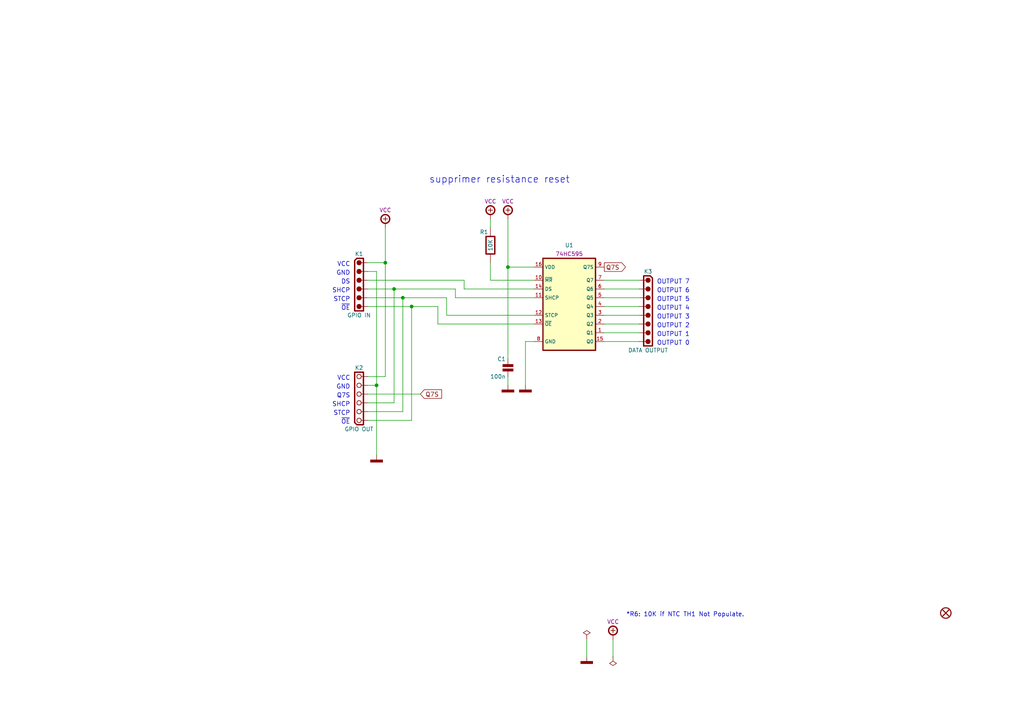
<source format=kicad_sch>
(kicad_sch (version 20211123) (generator eeschema)
  (paper "A4")
  (title_block (title "GPIO - 74HC595-HEADER") (date "01/2022") (rev "A"))
  (lib_symbols
    (symbol "tronixio:3M-SJ5376" (pin_numbers hide) (pin_names (offset 0) hide)
      (symbol "3M-SJ5376_0_1"
        (polyline (pts (xy -1.016 -1.016) (xy 1.016 1.016)) (stroke (width 0.3)))
        (polyline (pts (xy 1.016 -1.016) (xy -1.016 1.016)) (stroke (width 0.3)))
        (circle (center 0 0) (radius 1.524) (stroke (width 0.3)))
      )
    )
    (symbol "tronixio:74HC595-SOIC-16" (pin_names (offset 0.5))
      (property "Reference" "U" (at 0 17.78 0))
      (property "Name" "74HC595" (at 0 15.24 0))
      (symbol "74HC595-SOIC-16_0_1"
        (rectangle (start -7.62 13.97) (end 7.62 -12.7) (stroke (width 0.4)) (fill (type background)))
      )
      (symbol "74HC595-SOIC-16_1_1"
        (pin output line (at 10.16 -7.62 180) (length 2.54) (name "Q1") (number "1"))
        (pin input line (at -10.16 7.62 0) (length 2.54) (name "~{MR}") (number "10"))
        (pin input line (at -10.16 2.54 0) (length 2.54) (name "SHCP") (number "11"))
        (pin input line (at -10.16 -2.54 0) (length 2.54) (name "STCP") (number "12"))
        (pin input line (at -10.16 -5.08 0) (length 2.54) (name "~{OE}") (number "13"))
        (pin input line (at -10.16 5.08 0) (length 2.54) (name "DS") (number "14"))
        (pin output line (at 10.16 -10.16 180) (length 2.54) (name "Q0") (number "15"))
        (pin power_in line (at -10.16 11.43 0) (length 2.54) (name "VDD") (number "16"))
        (pin output line (at 10.16 -5.08 180) (length 2.54) (name "Q2") (number "2"))
        (pin output line (at 10.16 -2.54 180) (length 2.54) (name "Q3") (number "3"))
        (pin output line (at 10.16 0 180) (length 2.54) (name "Q4") (number "4"))
        (pin output line (at 10.16 2.54 180) (length 2.54) (name "Q5") (number "5"))
        (pin output line (at 10.16 5.08 180) (length 2.54) (name "Q6") (number "6"))
        (pin output line (at 10.16 7.62 180) (length 2.54) (name "Q7") (number "7"))
        (pin power_in line (at -10.16 -10.16 0) (length 2.54) (name "GND") (number "8"))
        (pin output line (at 10.16 11.43 180) (length 2.54) (name "Q7S") (number "9"))
      )
    )
    (symbol "tronixio:C-1206" (pin_numbers hide) (pin_names (offset 0) hide)
      (property "Reference" "C" (at 0.635 2.54 0))
      (property "Value" "C-1206" (at 0.635 -2.54 0))
      (symbol "C-1206_0_1"
        (rectangle (start -1.524 -0.254) (end 1.524 -1.016) (stroke (width 0.001)) (fill (type outline)))
        (rectangle (start -1.524 1.016) (end 1.524 0.254) (stroke (width 0.001)) (fill (type outline)))
      )
      (symbol "C-1206_1_1"
        (pin passive line (at 0 2.54 270) (length 1.905) (name "~") (number "1"))
        (pin passive line (at 0 -2.54 90) (length 1.905) (name "~") (number "2"))
      )
    )
    (symbol "tronixio:HARWIN-254-M-1X06-RIGHT-ANGLE" (pin_numbers hide) (pin_names (offset 0) hide)
      (property "Reference" "K" (at 0 2.54 0))
      (property "Value" "HARWIN-254-M-1X06-RIGHT-ANGLE" (at 0 -15.24 0))
      (symbol "HARWIN-254-M-1X06-RIGHT-ANGLE_0_1"
        (circle (center 0 -12.7) (radius 0.635) (stroke (width 0.2)) (fill (type outline)))
        (circle (center 0 -10.16) (radius 0.635) (stroke (width 0.2)) (fill (type outline)))
        (circle (center 0 -7.62) (radius 0.635) (stroke (width 0.2)) (fill (type outline)))
        (circle (center 0 -5.08) (radius 0.635) (stroke (width 0.2)) (fill (type outline)))
        (circle (center 0 -2.54) (radius 0.635) (stroke (width 0.2)) (fill (type outline)))
        (polyline (pts (xy -1.27 -13.97) (xy 1.27 -13.97) (xy 1.27 0.635) (xy 0.635 1.27) (xy -1.27 1.27) (xy -1.27 -13.97)) (stroke (width 0.4)))
        (circle (center 0 0) (radius 0.635) (stroke (width 0.2)) (fill (type outline)))
      )
      (symbol "HARWIN-254-M-1X06-RIGHT-ANGLE_1_1"
        (pin passive line (at -2.54 0 0) (length 1.905) (name "1") (number "1"))
        (pin passive line (at -2.54 -2.54 0) (length 1.905) (name "2") (number "2"))
        (pin passive line (at -2.54 -5.08 0) (length 1.905) (name "3") (number "3"))
        (pin passive line (at -2.54 -7.62 0) (length 1.905) (name "4") (number "4"))
        (pin passive line (at -2.54 -10.16 0) (length 1.905) (name "5") (number "5"))
        (pin passive line (at -2.54 -12.7 0) (length 1.905) (name "6") (number "6"))
      )
    )
    (symbol "tronixio:HARWIN-254-M-1X08-VERTICAL" (pin_numbers hide) (pin_names (offset 0) hide)
      (property "Reference" "K" (at 0 2.54 0))
      (property "Value" "HARWIN-254-M-1X08-VERTICAL" (at 0 -20.32 0))
      (symbol "HARWIN-254-M-1X08-VERTICAL_0_1"
        (circle (center 0 -17.78) (radius 0.635) (stroke (width 0.2)) (fill (type outline)))
        (circle (center 0 -15.24) (radius 0.635) (stroke (width 0.2)) (fill (type outline)))
        (circle (center 0 -12.7) (radius 0.635) (stroke (width 0.2)) (fill (type outline)))
        (circle (center 0 -10.16) (radius 0.635) (stroke (width 0.2)) (fill (type outline)))
        (circle (center 0 -7.62) (radius 0.635) (stroke (width 0.2)) (fill (type outline)))
        (circle (center 0 -5.08) (radius 0.635) (stroke (width 0.2)) (fill (type outline)))
        (circle (center 0 -2.54) (radius 0.635) (stroke (width 0.2)) (fill (type outline)))
        (polyline (pts (xy -1.27 -19.05) (xy 1.27 -19.05) (xy 1.27 0.635) (xy 0.635 1.27) (xy -1.27 1.27) (xy -1.27 -19.05)) (stroke (width 0.4)))
        (circle (center 0 0) (radius 0.635) (stroke (width 0.2)) (fill (type outline)))
      )
      (symbol "HARWIN-254-M-1X08-VERTICAL_1_1"
        (pin passive line (at -2.54 0 0) (length 1.905) (name "Pin_1") (number "1"))
        (pin passive line (at -2.54 -2.54 0) (length 1.905) (name "Pin_2") (number "2"))
        (pin passive line (at -2.54 -5.08 0) (length 1.905) (name "Pin_3") (number "3"))
        (pin passive line (at -2.54 -7.62 0) (length 1.905) (name "Pin_4") (number "4"))
        (pin passive line (at -2.54 -10.16 0) (length 1.905) (name "Pin_5") (number "5"))
        (pin passive line (at -2.54 -12.7 0) (length 1.905) (name "Pin_6") (number "6"))
        (pin passive line (at -2.54 -15.24 0) (length 1.905) (name "Pin_7") (number "7"))
        (pin passive line (at -2.54 -17.78 0) (length 1.905) (name "Pin_8") (number "8"))
      )
    )
    (symbol "tronixio:POWER-GND" (power) (pin_numbers hide) (pin_names (offset 0) hide)
      (symbol "POWER-GND_0_1"
        (rectangle (start -1.778 -2.032) (end 1.778 -1.27) (stroke (width 0.001)) (fill (type outline)))
      )
      (symbol "POWER-GND_1_1"
        (pin power_in line (at 0 0 270) (length 1.27) (name "GND") (number "1"))
      )
    )
    (symbol "tronixio:POWER-VCC" (power) (pin_numbers hide) (pin_names (offset 0) hide)
      (property "Name" "VCC" (at 0 5.08 0))
      (symbol "POWER-VCC_0_1"
        (polyline (pts (xy -0.635 2.54) (xy 0.635 2.54)) (stroke (width 0.2)))
        (polyline (pts (xy 0 1.905) (xy 0 3.175)) (stroke (width 0.2)))
        (circle (center 0 2.54) (radius 1.27) (stroke (width 0.4)))
      )
      (symbol "POWER-VCC_1_1"
        (pin power_in line (at 0 0 90) (length 1.27) (name "VCC") (number "1"))
      )
    )
    (symbol "tronixio:PWR_FLAG" (power) (pin_numbers hide) (pin_names (offset 0) hide)
      (symbol "PWR_FLAG_0_0"
        (pin power_out line (at 0 0 90) (length 0) (name "pwr") (number "1"))
      )
      (symbol "PWR_FLAG_0_1"
        (polyline (pts (xy 0 0) (xy 0 1.27) (xy -1.016 1.905) (xy 0 2.54) (xy 1.016 1.905) (xy 0 1.27)))
      )
    )
    (symbol "tronixio:R-1210" (pin_numbers hide) (pin_names (offset 0) hide)
      (property "Reference" "R" (at 2.54 0 90))
      (property "Value" "R-1210" (at 0 0 90))
      (symbol "R-1210_0_1"
        (rectangle (start -1.27 -2.54) (end 1.27 2.54) (stroke (width 0.4)))
      )
      (symbol "R-1210_1_1"
        (pin passive line (at 0 5.08 270) (length 2.54) (name "~") (number "1"))
        (pin passive line (at 0 -5.08 90) (length 2.54) (name "~") (number "2"))
      )
    )
    (symbol "tronixio:SAMTEC-SSW-106-02-T-S-RA" (pin_numbers hide) (pin_names (offset 0) hide)
      (property "Reference" "K" (at 0 2.54 0))
      (property "Value" "SAMTEC-SSW-106-02-T-S-RA" (at 0 -15.24 0))
      (symbol "SAMTEC-SSW-106-02-T-S-RA_0_1"
        (circle (center 0 -12.7) (radius 0.635) (stroke (width 0.2)))
        (circle (center 0 -10.16) (radius 0.635) (stroke (width 0.2)))
        (circle (center 0 -7.62) (radius 0.635) (stroke (width 0.2)))
        (circle (center 0 -5.08) (radius 0.635) (stroke (width 0.2)))
        (circle (center 0 -2.54) (radius 0.635) (stroke (width 0.2)))
        (polyline (pts (xy -1.27 -13.97) (xy 1.27 -13.97) (xy 1.27 0.635) (xy 0.635 1.27) (xy -1.27 1.27) (xy -1.27 -13.97)) (stroke (width 0.4)))
        (circle (center 0 0) (radius 0.635) (stroke (width 0.2)))
      )
      (symbol "SAMTEC-SSW-106-02-T-S-RA_1_1"
        (pin passive line (at -2.54 0 0) (length 1.905) (name "1") (number "1"))
        (pin passive line (at -2.54 -2.54 0) (length 1.905) (name "2") (number "2"))
        (pin passive line (at -2.54 -5.08 0) (length 1.905) (name "3") (number "3"))
        (pin passive line (at -2.54 -7.62 0) (length 1.905) (name "4") (number "4"))
        (pin passive line (at -2.54 -10.16 0) (length 1.905) (name "5") (number "5"))
        (pin passive line (at -2.54 -12.7 0) (length 1.905) (name "6") (number "6"))
      )
    )
  )
  (junction (at 119.38 88.9))
  (junction (at 114.3 83.82))
  (junction (at 147.32 77.47))
  (junction (at 116.84 86.36))
  (junction (at 111.76 76.2))
  (junction (at 109.22 111.76))
  (wire (pts (xy 114.3 83.82) (xy 132.08 83.82)))
  (wire (pts (xy 132.08 83.82) (xy 132.08 86.36)))
  (wire (pts (xy 147.32 63.5) (xy 147.32 77.47)))
  (wire (pts (xy 106.68 114.3) (xy 121.92 114.3)))
  (wire (pts (xy 147.32 77.47) (xy 147.32 104.14)))
  (wire (pts (xy 147.32 77.47) (xy 154.94 77.47)))
  (wire (pts (xy 134.62 83.82) (xy 154.94 83.82)))
  (wire (pts (xy 175.26 83.82) (xy 185.42 83.82)))
  (wire (pts (xy 177.8 185.42) (xy 177.8 190.5)))
  (wire (pts (xy 114.3 116.84) (xy 114.3 83.82)))
  (wire (pts (xy 134.62 81.28) (xy 134.62 83.82)))
  (wire (pts (xy 111.76 76.2) (xy 111.76 66.04)))
  (wire (pts (xy 175.26 81.28) (xy 185.42 81.28)))
  (wire (pts (xy 132.08 86.36) (xy 154.94 86.36)))
  (wire (pts (xy 127 88.9) (xy 127 93.98)))
  (wire (pts (xy 116.84 86.36) (xy 129.54 86.36)))
  (wire (pts (xy 106.68 111.76) (xy 109.22 111.76)))
  (wire (pts (xy 119.38 88.9) (xy 127 88.9)))
  (wire (pts (xy 106.68 116.84) (xy 114.3 116.84)))
  (wire (pts (xy 106.68 109.22) (xy 111.76 109.22)))
  (wire (pts (xy 106.68 88.9) (xy 119.38 88.9)))
  (wire (pts (xy 152.4 99.06) (xy 154.94 99.06)))
  (wire (pts (xy 106.68 86.36) (xy 116.84 86.36)))
  (wire (pts (xy 109.22 111.76) (xy 109.22 132.08)))
  (wire (pts (xy 142.24 81.28) (xy 142.24 76.2)))
  (wire (pts (xy 175.26 88.9) (xy 185.42 88.9)))
  (wire (pts (xy 106.68 76.2) (xy 111.76 76.2)))
  (wire (pts (xy 129.54 86.36) (xy 129.54 91.44)))
  (wire (pts (xy 111.76 76.2) (xy 111.76 109.22)))
  (wire (pts (xy 127 93.98) (xy 154.94 93.98)))
  (wire (pts (xy 175.26 93.98) (xy 185.42 93.98)))
  (wire (pts (xy 147.32 111.76) (xy 147.32 109.22)))
  (wire (pts (xy 142.24 63.5) (xy 142.24 66.04)))
  (wire (pts (xy 109.22 78.74) (xy 109.22 111.76)))
  (wire (pts (xy 175.26 96.52) (xy 185.42 96.52)))
  (wire (pts (xy 106.68 81.28) (xy 134.62 81.28)))
  (wire (pts (xy 106.68 83.82) (xy 114.3 83.82)))
  (wire (pts (xy 106.68 119.38) (xy 116.84 119.38)))
  (wire (pts (xy 119.38 121.92) (xy 119.38 88.9)))
  (wire (pts (xy 175.26 86.36) (xy 185.42 86.36)))
  (wire (pts (xy 170.18 185.42) (xy 170.18 190.5)))
  (wire (pts (xy 175.26 99.06) (xy 185.42 99.06)))
  (wire (pts (xy 106.68 121.92) (xy 119.38 121.92)))
  (wire (pts (xy 154.94 81.28) (xy 142.24 81.28)))
  (wire (pts (xy 152.4 99.06) (xy 152.4 111.76)))
  (wire (pts (xy 129.54 91.44) (xy 154.94 91.44)))
  (wire (pts (xy 116.84 119.38) (xy 116.84 86.36)))
  (wire (pts (xy 106.68 78.74) (xy 109.22 78.74)))
  (wire (pts (xy 175.26 91.44) (xy 185.42 91.44)))
  (text "SHCP" (at 101.6 118.11 180) (effects (font (size 1.27 1.27)) (justify right bottom)))
  (text "SHCP" (at 101.6 85.09 180) (effects (font (size 1.27 1.27)) (justify right bottom)))
  (text "OUTPUT 6" (at 190.5 85.09 0) (effects (font (size 1.27 1.27)) (justify left bottom)))
  (text "STCP" (at 101.6 120.65 180) (effects (font (size 1.27 1.27)) (justify right bottom)))
  (text "OUTPUT 5" (at 190.5 87.63 0) (effects (font (size 1.27 1.27)) (justify left bottom)))
  (text "OUTPUT 1" (at 190.5 97.79 0) (effects (font (size 1.27 1.27)) (justify left bottom)))
  (text "~{OE}" (at 101.6 90.17 180) (effects (font (size 1.27 1.27)) (justify right bottom)))
  (text "GND" (at 101.6 113.03 180) (effects (font (size 1.27 1.27)) (justify right bottom)))
  (text "VCC" (at 101.6 77.47 180) (effects (font (size 1.27 1.27)) (justify right bottom)))
  (text "DS" (at 101.6 82.55 180) (effects (font (size 1.27 1.27)) (justify right bottom)))
  (text "supprimer resistance reset" (at 124.46 53.34 0) (effects (font (size 2 2)) (justify left bottom)))
  (text "OUTPUT 2" (at 190.5 95.25 0) (effects (font (size 1.27 1.27)) (justify left bottom)))
  (text "OUTPUT 3" (at 190.5 92.71 0) (effects (font (size 1.27 1.27)) (justify left bottom)))
  (text "Q7S" (at 101.6 115.57 180) (effects (font (size 1.27 1.27)) (justify right bottom)))
  (text "OUTPUT 4" (at 190.5 90.17 0) (effects (font (size 1.27 1.27)) (justify left bottom)))
  (text "STCP" (at 101.6 87.63 180) (effects (font (size 1.27 1.27)) (justify right bottom)))
  (text "*R6: 10K if NTC TH1 Not Populate." (at 181.61 179.07 0) (effects (font (size 1.27 1.27)) (justify left bottom)))
  (text "OUTPUT 7" (at 190.5 82.55 0) (effects (font (size 1.27 1.27)) (justify left bottom)))
  (text "GND" (at 101.6 80.01 180) (effects (font (size 1.27 1.27)) (justify right bottom)))
  (text "OUTPUT 0" (at 190.5 100.33 0) (effects (font (size 1.27 1.27)) (justify left bottom)))
  (text "~{OE}" (at 101.6 123.19 180) (effects (font (size 1.27 1.27)) (justify right bottom)))
  (text "VCC" (at 101.6 110.49 180) (effects (font (size 1.27 1.27)) (justify right bottom)))
  (global_label "Q7S" (shape input) (at 121.92 114.3 0) (property "Intersheet References" "${INTERSHEET_REFS}" (effects hide)))
  (global_label "Q7S" (shape output) (at 175.26 77.47 0) (property "Intersheet References" "${INTERSHEET_REFS}" (effects hide)))
  (symbol (lib_id "tronixio:HARWIN-254-M-1X08-VERTICAL") (at 187.96 81.28 0) (unit 1)
    (property "Reference" "K3" (at 187.96 78.74 0) (effects (font (size 1.15 1.15))))
    (property "Value" "DATA OUTPUT" (at 187.96 101.6 0) (effects (font (size 1.15 1.15))))
    (property "Footprint" "tronixio:HARWIN-M20-999084x" (effects hide))
    (property "Datasheet" "https://www.harwin.com/products/M20-9990846/" (effects hide))
    (property "Mouser" "855-M20-999084" (effects hide))
  )
  (symbol (lib_id "tronixio:SAMTEC-SSW-106-02-T-S-RA") (at 104.14 121.92 180) (unit 1)
    (property "Reference" "K2" (at 104.14 106.68 0) (effects (font (size 1.15 1.15))))
    (property "Value" "GPIO OUT" (at 104.14 124.46 0) (effects (font (size 1.15 1.15))))
    (property "Footprint" "tronixio:SAMTEC-SSW-106-02-T-S-RA" (effects hide))
    (property "Datasheet" "http://suddendocs.samtec.com/catalog_english/ssw_th.pdf" (effects hide))
    (property "Mouser" "200-SSW10602TSRA" (effects hide))
  )
  (symbol (lib_id "tronixio:C-1206") (at 147.32 106.68 0) (unit 1)
    (property "Reference" "C1" (at 146.685 104.14 0) (effects (font (size 1.15 1.15)) (justify right)))
    (property "Value" "100n" (at 146.685 109.22 0) (effects (font (size 1.15 1.15)) (justify right)))
    (property "Footprint" "tronixio:CAPACITOR-1206" (effects hide))
  )
  (symbol (lib_id "tronixio:POWER-VCC") (at 147.32 63.5 0) (unit 1)
    (property "Reference" "#PWR04" (effects hide))
    (property "Value" "POWER-VBAT" (effects hide))
    (property "Name" "VCC" (at 147.32 58.42 0) (effects (font (size 1.15 1.15))))
  )
  (symbol (lib_id "tronixio:R-1210") (at 142.24 71.12 180) (unit 1)
    (property "Reference" "R1" (at 141.605 67.31 0) (effects (font (size 1.15 1.15)) (justify left)))
    (property "Value" "10K" (at 142.24 71.12 90) (effects (font (size 1.15 1.15))))
    (property "Footprint" "tronixio:RESISTOR-1206" (effects hide))
  )
  (symbol (lib_id "tronixio:PWR_FLAG") (at 177.8 190.5 180) (unit 1)
    (property "Reference" "#FLG02" (effects hide))
    (property "Value" "PWR_FLAG" (effects hide))
  )
  (symbol (lib_id "tronixio:HARWIN-254-M-1X06-RIGHT-ANGLE") (at 104.14 76.2 0) (mirror y) (unit 1)
    (property "Reference" "K1" (at 104.14 73.66 0) (effects (font (size 1.15 1.15))))
    (property "Value" "GPIO IN" (at 104.14 91.44 0) (effects (font (size 1.15 1.15))))
    (property "Footprint" "tronixio:HARWIN-M20-975064x" (effects hide))
    (property "Datasheet" "https://www.harwin.com/products/M20-9750646/" (effects hide))
    (property "Mouser" "855-M20-975064" (effects hide))
  )
  (symbol (lib_id "tronixio:POWER-VCC") (at 142.24 63.5 0) (unit 1)
    (property "Reference" "#PWR03" (effects hide))
    (property "Value" "POWER-VBAT" (effects hide))
    (property "Name" "VCC" (at 142.24 58.42 0) (effects (font (size 1.15 1.15))))
  )
  (symbol (lib_id "tronixio:POWER-VCC") (at 111.76 66.04 0) (unit 1)
    (property "Reference" "#PWR02" (effects hide))
    (property "Value" "POWER-VBAT" (effects hide))
    (property "Name" "VCC" (at 111.76 60.96 0) (effects (font (size 1.15 1.15))))
  )
  (symbol (lib_id "tronixio:3M-SJ5376") (at 274.32 177.8 0) (unit 1)
    (property "Reference" "U2" (effects hide))
    (property "Value" "3M-SJ5376" (effects hide))
    (property "Footprint" "tronixio:zzz3M-SJ5376" (effects hide))
    (property "Datasheet" "https://multimedia.3m.com/mws/media/743845O/sjxx76-pdf.pdf" (effects hide))
    (property "Mouser" "517-SJ5376" (effects hide))
  )
  (symbol (lib_id "tronixio:POWER-GND") (at 152.4 111.76 0) (unit 1)
    (property "Reference" "#PWR06" (effects hide))
    (property "Value" "POWER-GND" (effects hide))
  )
  (symbol (lib_id "tronixio:POWER-GND") (at 170.18 190.5 0) (unit 1)
    (property "Reference" "#PWR07" (effects hide))
    (property "Value" "POWER-GND" (effects hide))
  )
  (symbol (lib_id "tronixio:74HC595-SOIC-16") (at 165.1 88.9 0) (unit 1)
    (property "Reference" "U1" (at 165.1 71.12 0) (effects (font (size 1.15 1.15))))
    (property "Value" "74HC595-SOIC-16" (effects hide))
    (property "Footprint" "tronixio:SOIC-16" (effects hide))
    (property "Datasheet" "https://www.nexperia.com/product/74HC595D" (effects hide))
    (property "Name" "74HC595" (at 165.1 73.66 0) (effects (font (size 1.15 1.15))))
    (property "Mouser" "771-AHC595D118" (effects hide))
  )
  (symbol (lib_id "tronixio:POWER-GND") (at 147.32 111.76 0) (unit 1)
    (property "Reference" "#PWR05" (effects hide))
    (property "Value" "POWER-GND" (effects hide))
  )
  (symbol (lib_id "tronixio:POWER-GND") (at 109.22 132.08 0) (unit 1)
    (property "Reference" "#PWR01" (effects hide))
    (property "Value" "POWER-GND" (effects hide))
  )
  (symbol (lib_id "tronixio:PWR_FLAG") (at 170.18 185.42 0) (unit 1)
    (property "Reference" "#FLG01" (effects hide))
    (property "Value" "PWR_FLAG" (effects hide))
  )
  (symbol (lib_id "tronixio:POWER-VCC") (at 177.8 185.42 0) (unit 1)
    (property "Reference" "#PWR08" (effects hide))
    (property "Value" "POWER-VBAT" (effects hide))
    (property "Name" "VCC" (at 177.8 180.34 0) (effects (font (size 1.15 1.15))))
  )
)
</source>
